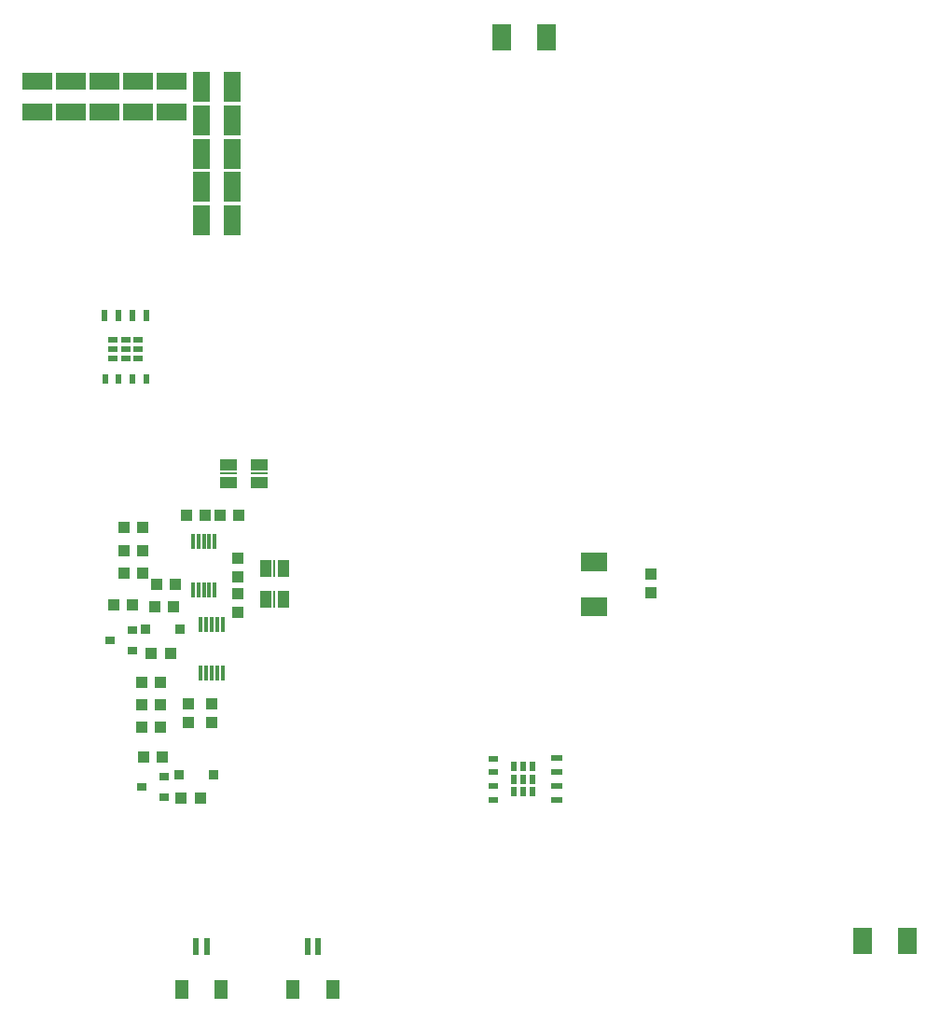
<source format=gbr>
G04 EAGLE Gerber RS-274X export*
G75*
%MOMM*%
%FSLAX34Y34*%
%LPD*%
%INSolderpaste Top*%
%IPPOS*%
%AMOC8*
5,1,8,0,0,1.08239X$1,22.5*%
G01*
%ADD10R,1.600000X2.700000*%
%ADD11R,2.700000X1.600000*%
%ADD12R,0.300000X1.450000*%
%ADD13R,2.400000X1.800000*%
%ADD14R,1.000000X1.100000*%
%ADD15R,1.800000X2.400000*%
%ADD16R,1.100000X1.000000*%
%ADD17R,0.900000X0.800000*%
%ADD18R,1.050000X0.600000*%
%ADD19R,0.850000X0.600000*%
%ADD20R,0.600000X0.900000*%
%ADD21R,0.600000X1.050000*%
%ADD22R,0.600000X0.850000*%
%ADD23R,0.900000X0.600000*%
%ADD24R,0.900000X0.950000*%
%ADD25R,1.600000X0.228600*%
%ADD26R,1.600000X1.100000*%
%ADD27R,0.228600X1.600000*%
%ADD28R,1.100000X1.600000*%
%ADD29R,0.600000X1.550000*%
%ADD30R,1.200000X1.800000*%


D10*
X181900Y771400D03*
X209900Y771400D03*
X181900Y801800D03*
X209900Y801800D03*
X181900Y832200D03*
X209900Y832200D03*
D11*
X32800Y808900D03*
X32800Y836900D03*
D10*
X181900Y710600D03*
X209900Y710600D03*
X181900Y741000D03*
X209900Y741000D03*
D11*
X124000Y808900D03*
X124000Y836900D03*
X93600Y808900D03*
X93600Y836900D03*
X63200Y808900D03*
X63200Y836900D03*
X154400Y808900D03*
X154400Y836900D03*
D12*
X201000Y343900D03*
X196000Y343900D03*
X191000Y343900D03*
X186000Y343900D03*
X181000Y343900D03*
X181000Y299900D03*
X186000Y299900D03*
X191000Y299900D03*
X196000Y299900D03*
X201000Y299900D03*
D13*
X538470Y400700D03*
X538470Y360200D03*
D14*
X590300Y389950D03*
X590300Y372950D03*
X127600Y292000D03*
X144600Y292000D03*
X144600Y271670D03*
X127600Y271670D03*
X127600Y251330D03*
X144600Y251330D03*
D15*
X782350Y57500D03*
X822850Y57500D03*
D16*
X191000Y272600D03*
X191000Y255600D03*
D14*
X180600Y187000D03*
X163600Y187000D03*
D17*
X128000Y197000D03*
X148000Y206500D03*
X148000Y187500D03*
D18*
X504250Y184950D03*
X504250Y197650D03*
X504250Y210350D03*
X504250Y223050D03*
D19*
X447250Y185250D03*
X447250Y197750D03*
X447250Y210250D03*
X447250Y222750D03*
D20*
X474000Y204000D03*
X474000Y215500D03*
X474000Y192500D03*
X482500Y204000D03*
X482500Y215500D03*
X482500Y192500D03*
X465500Y204000D03*
X465500Y215500D03*
X465500Y192500D03*
D12*
X194000Y420000D03*
X189000Y420000D03*
X184000Y420000D03*
X179000Y420000D03*
X174000Y420000D03*
X174000Y376000D03*
X179000Y376000D03*
X184000Y376000D03*
X189000Y376000D03*
X194000Y376000D03*
D14*
X111500Y391000D03*
X128500Y391000D03*
X111500Y411500D03*
X128500Y411500D03*
X128500Y432000D03*
X111500Y432000D03*
D15*
X454300Y876410D03*
X494800Y876410D03*
D14*
X156500Y360000D03*
X139500Y360000D03*
X153500Y318000D03*
X136500Y318000D03*
D17*
X99000Y330000D03*
X119000Y339500D03*
X119000Y320500D03*
D21*
X132050Y624250D03*
X119350Y624250D03*
X106650Y624250D03*
X93950Y624250D03*
D22*
X131750Y567250D03*
X119250Y567250D03*
X106750Y567250D03*
X94250Y567250D03*
D23*
X113000Y594000D03*
X101500Y594000D03*
X124500Y594000D03*
X113000Y602500D03*
X101500Y602500D03*
X124500Y602500D03*
X113000Y585500D03*
X101500Y585500D03*
X124500Y585500D03*
D24*
X192750Y208000D03*
X161250Y208000D03*
X162750Y340000D03*
X131250Y340000D03*
D14*
X198500Y443000D03*
X215500Y443000D03*
X168500Y443000D03*
X185500Y443000D03*
D16*
X215000Y355500D03*
X215000Y372500D03*
X215000Y404500D03*
X215000Y387500D03*
D25*
X206000Y481000D03*
D26*
X234000Y473000D03*
X234000Y489000D03*
X206000Y473000D03*
X206000Y489000D03*
D25*
X234000Y481000D03*
D27*
X248000Y367000D03*
D28*
X256000Y395000D03*
X240000Y395000D03*
X256000Y367000D03*
X240000Y367000D03*
D27*
X248000Y395000D03*
D16*
X158500Y381000D03*
X141500Y381000D03*
D14*
X170000Y272500D03*
X170000Y255500D03*
D16*
X119500Y362000D03*
X102500Y362000D03*
X146500Y224000D03*
X129500Y224000D03*
D29*
X177000Y52000D03*
X187000Y52000D03*
D30*
X200000Y13000D03*
X164000Y13000D03*
D29*
X278000Y52000D03*
X288000Y52000D03*
D30*
X301000Y13000D03*
X265000Y13000D03*
M02*

</source>
